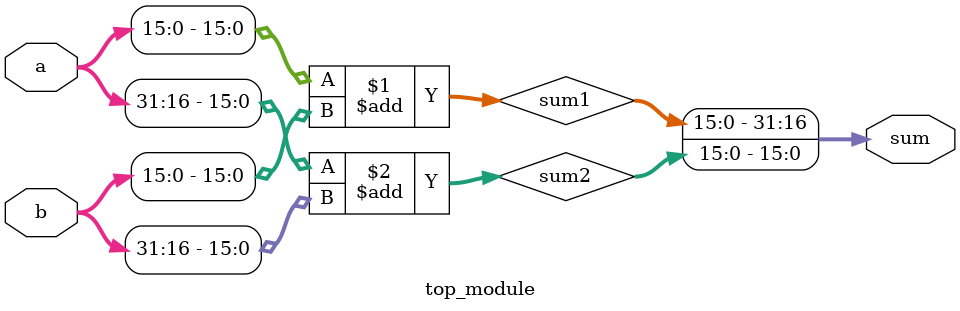
<source format=v>
/*
 * Project name   :
 * File name      : addtest.v
 * Created date   : Th08 22 2018
 * Author         : Van-Nam DINH 
 * Last modified  : Th08 22 2018 18:18
 * Desc           :
 */

module top_module(
    input [31:0] a,
    input [31:0] b,
    output [31:0] sum
);
    wire [15:0] sum1;
    assign sum1 = a[15:0] + b[15:0];
    wire [15:0] sum2;
    assign sum2 = a[31:16] + b[31:16];
    assign sum = {sum1,sum2};
    endmodule
/*
module add16(
    input [15:0] a,
    input [15:0] b,
    input cin,
    output [15:0] sum,
    output cout
);
*/

</source>
